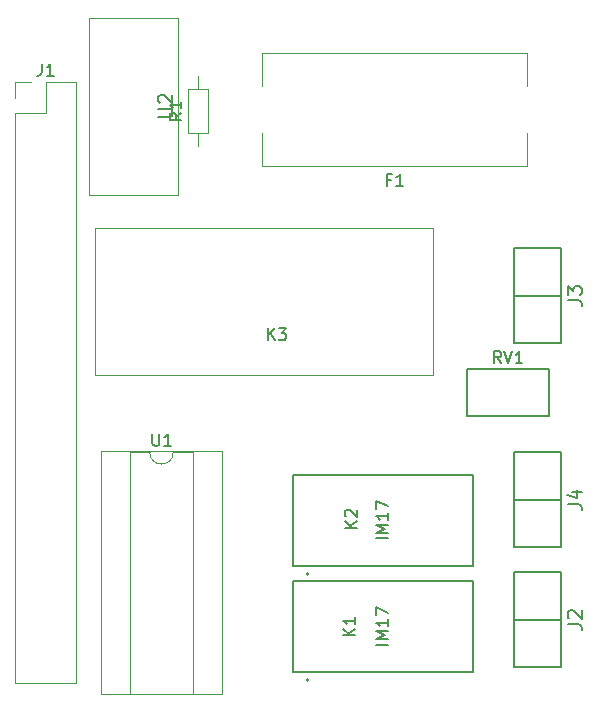
<source format=gbr>
G04 #@! TF.FileFunction,Legend,Top*
%FSLAX46Y46*%
G04 Gerber Fmt 4.6, Leading zero omitted, Abs format (unit mm)*
G04 Created by KiCad (PCBNEW 4.0.7) date 06/28/18 12:54:00*
%MOMM*%
%LPD*%
G01*
G04 APERTURE LIST*
%ADD10C,0.100000*%
%ADD11C,0.152400*%
%ADD12C,0.120000*%
%ADD13C,0.150000*%
G04 APERTURE END LIST*
D10*
D11*
X74270000Y-81163500D02*
X74270000Y-73416500D01*
X74270000Y-73416500D02*
X59004600Y-73416500D01*
X59004600Y-73416500D02*
X59004600Y-81163500D01*
X59004600Y-81163500D02*
X74270000Y-81163500D01*
X60350800Y-81836600D02*
G75*
G03X60350800Y-81836600I-76200J0D01*
G01*
X74270000Y-72163500D02*
X74270000Y-64416500D01*
X74270000Y-64416500D02*
X59004600Y-64416500D01*
X59004600Y-64416500D02*
X59004600Y-72163500D01*
X59004600Y-72163500D02*
X74270000Y-72163500D01*
X60350800Y-72836600D02*
G75*
G03X60350800Y-72836600I-76200J0D01*
G01*
D12*
X56392400Y-28728000D02*
X56392400Y-31528000D01*
X56392400Y-35528000D02*
X56392400Y-38328000D01*
X78892400Y-35528000D02*
X78892400Y-38328000D01*
X78892400Y-38328000D02*
X56392400Y-38328000D01*
X78892400Y-28728000D02*
X56392400Y-28728000D01*
X78892400Y-28728000D02*
X78892400Y-31528000D01*
X35500000Y-82102000D02*
X40700000Y-82102000D01*
X35500000Y-33782000D02*
X35500000Y-82102000D01*
X40700000Y-31182000D02*
X40700000Y-82102000D01*
X35500000Y-33782000D02*
X38100000Y-33782000D01*
X38100000Y-33782000D02*
X38100000Y-31182000D01*
X38100000Y-31182000D02*
X40700000Y-31182000D01*
X35500000Y-32512000D02*
X35500000Y-31182000D01*
X35500000Y-31182000D02*
X36830000Y-31182000D01*
D13*
X77756000Y-80708000D02*
X77756000Y-72708000D01*
X77756000Y-72708000D02*
X81756000Y-72708000D01*
X81756000Y-72708000D02*
X81756000Y-80708000D01*
X81756000Y-80708000D02*
X77756000Y-80708000D01*
X77756000Y-76708000D02*
X81756000Y-76708000D01*
X77756000Y-53276000D02*
X77756000Y-45276000D01*
X77756000Y-45276000D02*
X81756000Y-45276000D01*
X81756000Y-45276000D02*
X81756000Y-53276000D01*
X81756000Y-53276000D02*
X77756000Y-53276000D01*
X77756000Y-49276000D02*
X81756000Y-49276000D01*
X77756000Y-70548000D02*
X77756000Y-62548000D01*
X77756000Y-62548000D02*
X81756000Y-62548000D01*
X81756000Y-62548000D02*
X81756000Y-70548000D01*
X81756000Y-70548000D02*
X77756000Y-70548000D01*
X77756000Y-66548000D02*
X81756000Y-66548000D01*
D12*
X50143200Y-35489600D02*
X51863200Y-35489600D01*
X51863200Y-35489600D02*
X51863200Y-31769600D01*
X51863200Y-31769600D02*
X50143200Y-31769600D01*
X50143200Y-31769600D02*
X50143200Y-35489600D01*
X51003200Y-36559600D02*
X51003200Y-35489600D01*
X51003200Y-30699600D02*
X51003200Y-31769600D01*
D13*
X80756000Y-55520000D02*
X73756000Y-55520000D01*
X80756000Y-59420000D02*
X73756000Y-59420000D01*
X73756000Y-59420000D02*
X73756000Y-55520000D01*
X80756000Y-59420000D02*
X80756000Y-55520000D01*
D10*
X41797600Y-40723200D02*
X49297600Y-40723200D01*
X49297600Y-40723200D02*
X49297600Y-25723200D01*
X49297600Y-25723200D02*
X41797600Y-25723200D01*
X41797600Y-25723200D02*
X41797600Y-40723200D01*
D12*
X48904400Y-62525600D02*
G75*
G02X46904400Y-62525600I-1000000J0D01*
G01*
X46904400Y-62525600D02*
X45254400Y-62525600D01*
X45254400Y-62525600D02*
X45254400Y-82965600D01*
X45254400Y-82965600D02*
X50554400Y-82965600D01*
X50554400Y-82965600D02*
X50554400Y-62525600D01*
X50554400Y-62525600D02*
X48904400Y-62525600D01*
X42764400Y-62465600D02*
X42764400Y-83025600D01*
X42764400Y-83025600D02*
X53044400Y-83025600D01*
X53044400Y-83025600D02*
X53044400Y-62465600D01*
X53044400Y-62465600D02*
X42764400Y-62465600D01*
D10*
X42316000Y-43584000D02*
X42316000Y-55984000D01*
X42316000Y-55984000D02*
X70916000Y-55984000D01*
X70916000Y-55984000D02*
X70916000Y-43584000D01*
X70916000Y-43584000D02*
X42316000Y-43584000D01*
D13*
X64308381Y-78028095D02*
X63308381Y-78028095D01*
X64308381Y-77456666D02*
X63736952Y-77885238D01*
X63308381Y-77456666D02*
X63879810Y-78028095D01*
X64308381Y-76504285D02*
X64308381Y-77075714D01*
X64308381Y-76790000D02*
X63308381Y-76790000D01*
X63451238Y-76885238D01*
X63546476Y-76980476D01*
X63594095Y-77075714D01*
X67089681Y-78813809D02*
X66089681Y-78813809D01*
X67089681Y-78337619D02*
X66089681Y-78337619D01*
X66803967Y-78004285D01*
X66089681Y-77670952D01*
X67089681Y-77670952D01*
X67089681Y-76670952D02*
X67089681Y-77242381D01*
X67089681Y-76956667D02*
X66089681Y-76956667D01*
X66232538Y-77051905D01*
X66327776Y-77147143D01*
X66375395Y-77242381D01*
X66089681Y-76337619D02*
X66089681Y-75670952D01*
X67089681Y-76099524D01*
X64435381Y-68901095D02*
X63435381Y-68901095D01*
X64435381Y-68329666D02*
X63863952Y-68758238D01*
X63435381Y-68329666D02*
X64006810Y-68901095D01*
X63530619Y-67948714D02*
X63483000Y-67901095D01*
X63435381Y-67805857D01*
X63435381Y-67567761D01*
X63483000Y-67472523D01*
X63530619Y-67424904D01*
X63625857Y-67377285D01*
X63721095Y-67377285D01*
X63863952Y-67424904D01*
X64435381Y-67996333D01*
X64435381Y-67377285D01*
X67089681Y-69813809D02*
X66089681Y-69813809D01*
X67089681Y-69337619D02*
X66089681Y-69337619D01*
X66803967Y-69004285D01*
X66089681Y-68670952D01*
X67089681Y-68670952D01*
X67089681Y-67670952D02*
X67089681Y-68242381D01*
X67089681Y-67956667D02*
X66089681Y-67956667D01*
X66232538Y-68051905D01*
X66327776Y-68147143D01*
X66375395Y-68242381D01*
X66089681Y-67337619D02*
X66089681Y-66670952D01*
X67089681Y-67099524D01*
X67309067Y-39456571D02*
X66975733Y-39456571D01*
X66975733Y-39980381D02*
X66975733Y-38980381D01*
X67451924Y-38980381D01*
X68356686Y-39980381D02*
X67785257Y-39980381D01*
X68070971Y-39980381D02*
X68070971Y-38980381D01*
X67975733Y-39123238D01*
X67880495Y-39218476D01*
X67785257Y-39266095D01*
X37766667Y-29634381D02*
X37766667Y-30348667D01*
X37719047Y-30491524D01*
X37623809Y-30586762D01*
X37480952Y-30634381D01*
X37385714Y-30634381D01*
X38766667Y-30634381D02*
X38195238Y-30634381D01*
X38480952Y-30634381D02*
X38480952Y-29634381D01*
X38385714Y-29777238D01*
X38290476Y-29872476D01*
X38195238Y-29920095D01*
X82298857Y-77108000D02*
X83156000Y-77108000D01*
X83327429Y-77165142D01*
X83441714Y-77279428D01*
X83498857Y-77450857D01*
X83498857Y-77565142D01*
X82413143Y-76593714D02*
X82356000Y-76536571D01*
X82298857Y-76422285D01*
X82298857Y-76136571D01*
X82356000Y-76022285D01*
X82413143Y-75965142D01*
X82527429Y-75907999D01*
X82641714Y-75907999D01*
X82813143Y-75965142D01*
X83498857Y-76650856D01*
X83498857Y-75907999D01*
X82298857Y-49676000D02*
X83156000Y-49676000D01*
X83327429Y-49733142D01*
X83441714Y-49847428D01*
X83498857Y-50018857D01*
X83498857Y-50133142D01*
X82298857Y-49218856D02*
X82298857Y-48475999D01*
X82756000Y-48875999D01*
X82756000Y-48704571D01*
X82813143Y-48590285D01*
X82870286Y-48533142D01*
X82984571Y-48475999D01*
X83270286Y-48475999D01*
X83384571Y-48533142D01*
X83441714Y-48590285D01*
X83498857Y-48704571D01*
X83498857Y-49047428D01*
X83441714Y-49161714D01*
X83384571Y-49218856D01*
X82298857Y-66948000D02*
X83156000Y-66948000D01*
X83327429Y-67005142D01*
X83441714Y-67119428D01*
X83498857Y-67290857D01*
X83498857Y-67405142D01*
X82698857Y-65862285D02*
X83498857Y-65862285D01*
X82241714Y-66147999D02*
X83098857Y-66433714D01*
X83098857Y-65690856D01*
X49595581Y-33796266D02*
X49119390Y-34129600D01*
X49595581Y-34367695D02*
X48595581Y-34367695D01*
X48595581Y-33986742D01*
X48643200Y-33891504D01*
X48690819Y-33843885D01*
X48786057Y-33796266D01*
X48928914Y-33796266D01*
X49024152Y-33843885D01*
X49071771Y-33891504D01*
X49119390Y-33986742D01*
X49119390Y-34367695D01*
X49595581Y-32843885D02*
X49595581Y-33415314D01*
X49595581Y-33129600D02*
X48595581Y-33129600D01*
X48738438Y-33224838D01*
X48833676Y-33320076D01*
X48881295Y-33415314D01*
X76660762Y-54972381D02*
X76327428Y-54496190D01*
X76089333Y-54972381D02*
X76089333Y-53972381D01*
X76470286Y-53972381D01*
X76565524Y-54020000D01*
X76613143Y-54067619D01*
X76660762Y-54162857D01*
X76660762Y-54305714D01*
X76613143Y-54400952D01*
X76565524Y-54448571D01*
X76470286Y-54496190D01*
X76089333Y-54496190D01*
X76946476Y-53972381D02*
X77279809Y-54972381D01*
X77613143Y-53972381D01*
X78470286Y-54972381D02*
X77898857Y-54972381D01*
X78184571Y-54972381D02*
X78184571Y-53972381D01*
X78089333Y-54115238D01*
X77994095Y-54210476D01*
X77898857Y-54258095D01*
X47640457Y-34137486D02*
X48611886Y-34137486D01*
X48726171Y-34080343D01*
X48783314Y-34023200D01*
X48840457Y-33908914D01*
X48840457Y-33680343D01*
X48783314Y-33566057D01*
X48726171Y-33508914D01*
X48611886Y-33451771D01*
X47640457Y-33451771D01*
X47754743Y-32937486D02*
X47697600Y-32880343D01*
X47640457Y-32766057D01*
X47640457Y-32480343D01*
X47697600Y-32366057D01*
X47754743Y-32308914D01*
X47869029Y-32251771D01*
X47983314Y-32251771D01*
X48154743Y-32308914D01*
X48840457Y-32994628D01*
X48840457Y-32251771D01*
X47142495Y-60977981D02*
X47142495Y-61787505D01*
X47190114Y-61882743D01*
X47237733Y-61930362D01*
X47332971Y-61977981D01*
X47523448Y-61977981D01*
X47618686Y-61930362D01*
X47666305Y-61882743D01*
X47713924Y-61787505D01*
X47713924Y-60977981D01*
X48713924Y-61977981D02*
X48142495Y-61977981D01*
X48428209Y-61977981D02*
X48428209Y-60977981D01*
X48332971Y-61120838D01*
X48237733Y-61216076D01*
X48142495Y-61263695D01*
X56927905Y-53036381D02*
X56927905Y-52036381D01*
X57499334Y-53036381D02*
X57070762Y-52464952D01*
X57499334Y-52036381D02*
X56927905Y-52607810D01*
X57832667Y-52036381D02*
X58451715Y-52036381D01*
X58118381Y-52417333D01*
X58261239Y-52417333D01*
X58356477Y-52464952D01*
X58404096Y-52512571D01*
X58451715Y-52607810D01*
X58451715Y-52845905D01*
X58404096Y-52941143D01*
X58356477Y-52988762D01*
X58261239Y-53036381D01*
X57975524Y-53036381D01*
X57880286Y-52988762D01*
X57832667Y-52941143D01*
M02*

</source>
